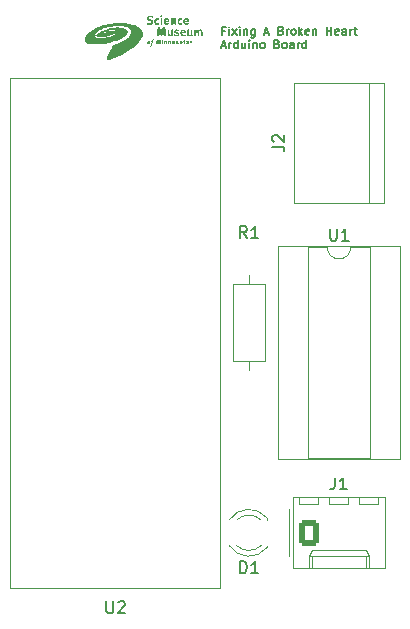
<source format=gto>
%TF.GenerationSoftware,KiCad,Pcbnew,(6.0.4)*%
%TF.CreationDate,2022-04-18T10:48:46-05:00*%
%TF.ProjectId,broken-heart,62726f6b-656e-42d6-9865-6172742e6b69,rev?*%
%TF.SameCoordinates,Original*%
%TF.FileFunction,Legend,Top*%
%TF.FilePolarity,Positive*%
%FSLAX46Y46*%
G04 Gerber Fmt 4.6, Leading zero omitted, Abs format (unit mm)*
G04 Created by KiCad (PCBNEW (6.0.4)) date 2022-04-18 10:48:46*
%MOMM*%
%LPD*%
G01*
G04 APERTURE LIST*
G04 Aperture macros list*
%AMRoundRect*
0 Rectangle with rounded corners*
0 $1 Rounding radius*
0 $2 $3 $4 $5 $6 $7 $8 $9 X,Y pos of 4 corners*
0 Add a 4 corners polygon primitive as box body*
4,1,4,$2,$3,$4,$5,$6,$7,$8,$9,$2,$3,0*
0 Add four circle primitives for the rounded corners*
1,1,$1+$1,$2,$3*
1,1,$1+$1,$4,$5*
1,1,$1+$1,$6,$7*
1,1,$1+$1,$8,$9*
0 Add four rect primitives between the rounded corners*
20,1,$1+$1,$2,$3,$4,$5,0*
20,1,$1+$1,$4,$5,$6,$7,0*
20,1,$1+$1,$6,$7,$8,$9,0*
20,1,$1+$1,$8,$9,$2,$3,0*%
G04 Aperture macros list end*
%ADD10C,0.150000*%
%ADD11C,0.120000*%
%ADD12C,1.600000*%
%ADD13O,1.600000X1.600000*%
%ADD14RoundRect,0.250000X-0.620000X-0.845000X0.620000X-0.845000X0.620000X0.845000X-0.620000X0.845000X0*%
%ADD15O,1.740000X2.190000*%
%ADD16C,1.524000*%
%ADD17R,1.600000X1.600000*%
%ADD18R,1.800000X1.800000*%
%ADD19C,1.800000*%
%ADD20R,3.000000X3.000000*%
%ADD21C,3.000000*%
G04 APERTURE END LIST*
D10*
X130037500Y-66696500D02*
X129804166Y-66696500D01*
X129804166Y-67063166D02*
X129804166Y-66363166D01*
X130137500Y-66363166D01*
X130404166Y-67063166D02*
X130404166Y-66596500D01*
X130404166Y-66363166D02*
X130370833Y-66396500D01*
X130404166Y-66429833D01*
X130437500Y-66396500D01*
X130404166Y-66363166D01*
X130404166Y-66429833D01*
X130670833Y-67063166D02*
X131037500Y-66596500D01*
X130670833Y-66596500D02*
X131037500Y-67063166D01*
X131304166Y-67063166D02*
X131304166Y-66596500D01*
X131304166Y-66363166D02*
X131270833Y-66396500D01*
X131304166Y-66429833D01*
X131337500Y-66396500D01*
X131304166Y-66363166D01*
X131304166Y-66429833D01*
X131637500Y-66596500D02*
X131637500Y-67063166D01*
X131637500Y-66663166D02*
X131670833Y-66629833D01*
X131737500Y-66596500D01*
X131837500Y-66596500D01*
X131904166Y-66629833D01*
X131937500Y-66696500D01*
X131937500Y-67063166D01*
X132570833Y-66596500D02*
X132570833Y-67163166D01*
X132537500Y-67229833D01*
X132504166Y-67263166D01*
X132437500Y-67296500D01*
X132337500Y-67296500D01*
X132270833Y-67263166D01*
X132570833Y-67029833D02*
X132504166Y-67063166D01*
X132370833Y-67063166D01*
X132304166Y-67029833D01*
X132270833Y-66996500D01*
X132237500Y-66929833D01*
X132237500Y-66729833D01*
X132270833Y-66663166D01*
X132304166Y-66629833D01*
X132370833Y-66596500D01*
X132504166Y-66596500D01*
X132570833Y-66629833D01*
X133404166Y-66863166D02*
X133737500Y-66863166D01*
X133337500Y-67063166D02*
X133570833Y-66363166D01*
X133804166Y-67063166D01*
X134804166Y-66696500D02*
X134904166Y-66729833D01*
X134937500Y-66763166D01*
X134970833Y-66829833D01*
X134970833Y-66929833D01*
X134937500Y-66996500D01*
X134904166Y-67029833D01*
X134837500Y-67063166D01*
X134570833Y-67063166D01*
X134570833Y-66363166D01*
X134804166Y-66363166D01*
X134870833Y-66396500D01*
X134904166Y-66429833D01*
X134937500Y-66496500D01*
X134937500Y-66563166D01*
X134904166Y-66629833D01*
X134870833Y-66663166D01*
X134804166Y-66696500D01*
X134570833Y-66696500D01*
X135270833Y-67063166D02*
X135270833Y-66596500D01*
X135270833Y-66729833D02*
X135304166Y-66663166D01*
X135337500Y-66629833D01*
X135404166Y-66596500D01*
X135470833Y-66596500D01*
X135804166Y-67063166D02*
X135737500Y-67029833D01*
X135704166Y-66996500D01*
X135670833Y-66929833D01*
X135670833Y-66729833D01*
X135704166Y-66663166D01*
X135737500Y-66629833D01*
X135804166Y-66596500D01*
X135904166Y-66596500D01*
X135970833Y-66629833D01*
X136004166Y-66663166D01*
X136037500Y-66729833D01*
X136037500Y-66929833D01*
X136004166Y-66996500D01*
X135970833Y-67029833D01*
X135904166Y-67063166D01*
X135804166Y-67063166D01*
X136337500Y-67063166D02*
X136337500Y-66363166D01*
X136404166Y-66796500D02*
X136604166Y-67063166D01*
X136604166Y-66596500D02*
X136337500Y-66863166D01*
X137170833Y-67029833D02*
X137104166Y-67063166D01*
X136970833Y-67063166D01*
X136904166Y-67029833D01*
X136870833Y-66963166D01*
X136870833Y-66696500D01*
X136904166Y-66629833D01*
X136970833Y-66596500D01*
X137104166Y-66596500D01*
X137170833Y-66629833D01*
X137204166Y-66696500D01*
X137204166Y-66763166D01*
X136870833Y-66829833D01*
X137504166Y-66596500D02*
X137504166Y-67063166D01*
X137504166Y-66663166D02*
X137537500Y-66629833D01*
X137604166Y-66596500D01*
X137704166Y-66596500D01*
X137770833Y-66629833D01*
X137804166Y-66696500D01*
X137804166Y-67063166D01*
X138670833Y-67063166D02*
X138670833Y-66363166D01*
X138670833Y-66696500D02*
X139070833Y-66696500D01*
X139070833Y-67063166D02*
X139070833Y-66363166D01*
X139670833Y-67029833D02*
X139604166Y-67063166D01*
X139470833Y-67063166D01*
X139404166Y-67029833D01*
X139370833Y-66963166D01*
X139370833Y-66696500D01*
X139404166Y-66629833D01*
X139470833Y-66596500D01*
X139604166Y-66596500D01*
X139670833Y-66629833D01*
X139704166Y-66696500D01*
X139704166Y-66763166D01*
X139370833Y-66829833D01*
X140304166Y-67063166D02*
X140304166Y-66696500D01*
X140270833Y-66629833D01*
X140204166Y-66596500D01*
X140070833Y-66596500D01*
X140004166Y-66629833D01*
X140304166Y-67029833D02*
X140237500Y-67063166D01*
X140070833Y-67063166D01*
X140004166Y-67029833D01*
X139970833Y-66963166D01*
X139970833Y-66896500D01*
X140004166Y-66829833D01*
X140070833Y-66796500D01*
X140237500Y-66796500D01*
X140304166Y-66763166D01*
X140637500Y-67063166D02*
X140637500Y-66596500D01*
X140637500Y-66729833D02*
X140670833Y-66663166D01*
X140704166Y-66629833D01*
X140770833Y-66596500D01*
X140837500Y-66596500D01*
X140970833Y-66596500D02*
X141237500Y-66596500D01*
X141070833Y-66363166D02*
X141070833Y-66963166D01*
X141104166Y-67029833D01*
X141170833Y-67063166D01*
X141237500Y-67063166D01*
X129770833Y-67990166D02*
X130104166Y-67990166D01*
X129704166Y-68190166D02*
X129937500Y-67490166D01*
X130170833Y-68190166D01*
X130404166Y-68190166D02*
X130404166Y-67723500D01*
X130404166Y-67856833D02*
X130437500Y-67790166D01*
X130470833Y-67756833D01*
X130537500Y-67723500D01*
X130604166Y-67723500D01*
X131137500Y-68190166D02*
X131137500Y-67490166D01*
X131137500Y-68156833D02*
X131070833Y-68190166D01*
X130937500Y-68190166D01*
X130870833Y-68156833D01*
X130837500Y-68123500D01*
X130804166Y-68056833D01*
X130804166Y-67856833D01*
X130837500Y-67790166D01*
X130870833Y-67756833D01*
X130937500Y-67723500D01*
X131070833Y-67723500D01*
X131137500Y-67756833D01*
X131770833Y-67723500D02*
X131770833Y-68190166D01*
X131470833Y-67723500D02*
X131470833Y-68090166D01*
X131504166Y-68156833D01*
X131570833Y-68190166D01*
X131670833Y-68190166D01*
X131737500Y-68156833D01*
X131770833Y-68123500D01*
X132104166Y-68190166D02*
X132104166Y-67723500D01*
X132104166Y-67490166D02*
X132070833Y-67523500D01*
X132104166Y-67556833D01*
X132137500Y-67523500D01*
X132104166Y-67490166D01*
X132104166Y-67556833D01*
X132437500Y-67723500D02*
X132437500Y-68190166D01*
X132437500Y-67790166D02*
X132470833Y-67756833D01*
X132537500Y-67723500D01*
X132637500Y-67723500D01*
X132704166Y-67756833D01*
X132737500Y-67823500D01*
X132737500Y-68190166D01*
X133170833Y-68190166D02*
X133104166Y-68156833D01*
X133070833Y-68123500D01*
X133037500Y-68056833D01*
X133037500Y-67856833D01*
X133070833Y-67790166D01*
X133104166Y-67756833D01*
X133170833Y-67723500D01*
X133270833Y-67723500D01*
X133337500Y-67756833D01*
X133370833Y-67790166D01*
X133404166Y-67856833D01*
X133404166Y-68056833D01*
X133370833Y-68123500D01*
X133337500Y-68156833D01*
X133270833Y-68190166D01*
X133170833Y-68190166D01*
X134470833Y-67823500D02*
X134570833Y-67856833D01*
X134604166Y-67890166D01*
X134637500Y-67956833D01*
X134637500Y-68056833D01*
X134604166Y-68123500D01*
X134570833Y-68156833D01*
X134504166Y-68190166D01*
X134237500Y-68190166D01*
X134237500Y-67490166D01*
X134470833Y-67490166D01*
X134537500Y-67523500D01*
X134570833Y-67556833D01*
X134604166Y-67623500D01*
X134604166Y-67690166D01*
X134570833Y-67756833D01*
X134537500Y-67790166D01*
X134470833Y-67823500D01*
X134237500Y-67823500D01*
X135037500Y-68190166D02*
X134970833Y-68156833D01*
X134937500Y-68123500D01*
X134904166Y-68056833D01*
X134904166Y-67856833D01*
X134937500Y-67790166D01*
X134970833Y-67756833D01*
X135037500Y-67723500D01*
X135137500Y-67723500D01*
X135204166Y-67756833D01*
X135237500Y-67790166D01*
X135270833Y-67856833D01*
X135270833Y-68056833D01*
X135237500Y-68123500D01*
X135204166Y-68156833D01*
X135137500Y-68190166D01*
X135037500Y-68190166D01*
X135870833Y-68190166D02*
X135870833Y-67823500D01*
X135837500Y-67756833D01*
X135770833Y-67723500D01*
X135637500Y-67723500D01*
X135570833Y-67756833D01*
X135870833Y-68156833D02*
X135804166Y-68190166D01*
X135637500Y-68190166D01*
X135570833Y-68156833D01*
X135537500Y-68090166D01*
X135537500Y-68023500D01*
X135570833Y-67956833D01*
X135637500Y-67923500D01*
X135804166Y-67923500D01*
X135870833Y-67890166D01*
X136204166Y-68190166D02*
X136204166Y-67723500D01*
X136204166Y-67856833D02*
X136237500Y-67790166D01*
X136270833Y-67756833D01*
X136337500Y-67723500D01*
X136404166Y-67723500D01*
X136937500Y-68190166D02*
X136937500Y-67490166D01*
X136937500Y-68156833D02*
X136870833Y-68190166D01*
X136737500Y-68190166D01*
X136670833Y-68156833D01*
X136637500Y-68123500D01*
X136604166Y-68056833D01*
X136604166Y-67856833D01*
X136637500Y-67790166D01*
X136670833Y-67756833D01*
X136737500Y-67723500D01*
X136870833Y-67723500D01*
X136937500Y-67756833D01*
X131913333Y-84272380D02*
X131580000Y-83796190D01*
X131341904Y-84272380D02*
X131341904Y-83272380D01*
X131722857Y-83272380D01*
X131818095Y-83320000D01*
X131865714Y-83367619D01*
X131913333Y-83462857D01*
X131913333Y-83605714D01*
X131865714Y-83700952D01*
X131818095Y-83748571D01*
X131722857Y-83796190D01*
X131341904Y-83796190D01*
X132865714Y-84272380D02*
X132294285Y-84272380D01*
X132580000Y-84272380D02*
X132580000Y-83272380D01*
X132484761Y-83415238D01*
X132389523Y-83510476D01*
X132294285Y-83558095D01*
X139366666Y-104552380D02*
X139366666Y-105266666D01*
X139319047Y-105409523D01*
X139223809Y-105504761D01*
X139080952Y-105552380D01*
X138985714Y-105552380D01*
X140366666Y-105552380D02*
X139795238Y-105552380D01*
X140080952Y-105552380D02*
X140080952Y-104552380D01*
X139985714Y-104695238D01*
X139890476Y-104790476D01*
X139795238Y-104838095D01*
X120023095Y-115022380D02*
X120023095Y-115831904D01*
X120070714Y-115927142D01*
X120118333Y-115974761D01*
X120213571Y-116022380D01*
X120404047Y-116022380D01*
X120499285Y-115974761D01*
X120546904Y-115927142D01*
X120594523Y-115831904D01*
X120594523Y-115022380D01*
X121023095Y-115117619D02*
X121070714Y-115070000D01*
X121165952Y-115022380D01*
X121404047Y-115022380D01*
X121499285Y-115070000D01*
X121546904Y-115117619D01*
X121594523Y-115212857D01*
X121594523Y-115308095D01*
X121546904Y-115450952D01*
X120975476Y-116022380D01*
X121594523Y-116022380D01*
X138948095Y-83477380D02*
X138948095Y-84286904D01*
X138995714Y-84382142D01*
X139043333Y-84429761D01*
X139138571Y-84477380D01*
X139329047Y-84477380D01*
X139424285Y-84429761D01*
X139471904Y-84382142D01*
X139519523Y-84286904D01*
X139519523Y-83477380D01*
X140519523Y-84477380D02*
X139948095Y-84477380D01*
X140233809Y-84477380D02*
X140233809Y-83477380D01*
X140138571Y-83620238D01*
X140043333Y-83715476D01*
X139948095Y-83763095D01*
X131341904Y-112632380D02*
X131341904Y-111632380D01*
X131580000Y-111632380D01*
X131722857Y-111680000D01*
X131818095Y-111775238D01*
X131865714Y-111870476D01*
X131913333Y-112060952D01*
X131913333Y-112203809D01*
X131865714Y-112394285D01*
X131818095Y-112489523D01*
X131722857Y-112584761D01*
X131580000Y-112632380D01*
X131341904Y-112632380D01*
X132865714Y-112632380D02*
X132294285Y-112632380D01*
X132580000Y-112632380D02*
X132580000Y-111632380D01*
X132484761Y-111775238D01*
X132389523Y-111870476D01*
X132294285Y-111918095D01*
X134072380Y-76533333D02*
X134786666Y-76533333D01*
X134929523Y-76580952D01*
X135024761Y-76676190D01*
X135072380Y-76819047D01*
X135072380Y-76914285D01*
X134167619Y-76104761D02*
X134120000Y-76057142D01*
X134072380Y-75961904D01*
X134072380Y-75723809D01*
X134120000Y-75628571D01*
X134167619Y-75580952D01*
X134262857Y-75533333D01*
X134358095Y-75533333D01*
X134500952Y-75580952D01*
X135072380Y-76152380D01*
X135072380Y-75533333D01*
D11*
X133450000Y-88170000D02*
X130710000Y-88170000D01*
X130710000Y-88170000D02*
X130710000Y-94710000D01*
X132080000Y-87400000D02*
X132080000Y-88170000D01*
X130710000Y-94710000D02*
X133450000Y-94710000D01*
X132080000Y-95480000D02*
X132080000Y-94710000D01*
X133450000Y-94710000D02*
X133450000Y-88170000D01*
X141440000Y-106190000D02*
X141440000Y-106790000D01*
X137960000Y-106790000D02*
X137960000Y-106190000D01*
X137410000Y-110680000D02*
X141990000Y-110680000D01*
X140500000Y-106790000D02*
X140500000Y-106190000D01*
X141990000Y-112210000D02*
X141990000Y-111210000D01*
X143620000Y-112210000D02*
X143620000Y-106190000D01*
X143620000Y-106190000D02*
X135780000Y-106190000D01*
X135780000Y-106190000D02*
X135780000Y-112210000D01*
X141440000Y-106790000D02*
X143040000Y-106790000D01*
X135780000Y-112210000D02*
X143620000Y-112210000D01*
X137410000Y-112210000D02*
X137410000Y-111210000D01*
X136360000Y-106790000D02*
X137960000Y-106790000D01*
X143040000Y-106790000D02*
X143040000Y-106190000D01*
X138900000Y-106790000D02*
X140500000Y-106790000D01*
X137160000Y-112210000D02*
X137160000Y-111210000D01*
X136360000Y-106190000D02*
X136360000Y-106790000D01*
X135490000Y-107220000D02*
X135490000Y-111220000D01*
X142240000Y-111210000D02*
X142240000Y-112210000D01*
X141990000Y-110680000D02*
X142240000Y-111210000D01*
X138900000Y-106190000D02*
X138900000Y-106790000D01*
X137160000Y-111210000D02*
X137410000Y-110680000D01*
X137160000Y-111210000D02*
X142240000Y-111210000D01*
X129675000Y-113935000D02*
X129675000Y-70755000D01*
X111895000Y-70755000D02*
X111895000Y-113935000D01*
X129675000Y-70755000D02*
X111895000Y-70755000D01*
X111895000Y-113935000D02*
X129675000Y-113935000D01*
X142360000Y-85025000D02*
X140710000Y-85025000D01*
X134570000Y-84965000D02*
X134570000Y-102985000D01*
X144850000Y-102985000D02*
X144850000Y-84965000D01*
X142360000Y-102925000D02*
X142360000Y-85025000D01*
X144850000Y-84965000D02*
X134570000Y-84965000D01*
X134570000Y-102985000D02*
X144850000Y-102985000D01*
X138710000Y-85025000D02*
X137060000Y-85025000D01*
X137060000Y-85025000D02*
X137060000Y-102925000D01*
X137060000Y-102925000D02*
X142360000Y-102925000D01*
X138710000Y-85025000D02*
G75*
G03*
X140710000Y-85025000I1000000J0D01*
G01*
G36*
X121256086Y-66071592D02*
G01*
X121359748Y-66073276D01*
X121456734Y-66076238D01*
X121543470Y-66080476D01*
X121616386Y-66085992D01*
X121638141Y-66088243D01*
X121854965Y-66117779D01*
X122056475Y-66155616D01*
X122242367Y-66201664D01*
X122412335Y-66255830D01*
X122566076Y-66318022D01*
X122703283Y-66388151D01*
X122766637Y-66426841D01*
X122832257Y-66474158D01*
X122896171Y-66528937D01*
X122954910Y-66587615D01*
X123005006Y-66646626D01*
X123042989Y-66702405D01*
X123053182Y-66721315D01*
X123090171Y-66813724D01*
X123109221Y-66906309D01*
X123110861Y-67002155D01*
X123107434Y-67036935D01*
X123082868Y-67159452D01*
X123040080Y-67283797D01*
X122979407Y-67409554D01*
X122901189Y-67536304D01*
X122805764Y-67663632D01*
X122693471Y-67791119D01*
X122564648Y-67918350D01*
X122419635Y-68044905D01*
X122258771Y-68170369D01*
X122091286Y-68288362D01*
X121834644Y-68453698D01*
X121575986Y-68606369D01*
X121317364Y-68745291D01*
X121060830Y-68869382D01*
X120808437Y-68977558D01*
X120721984Y-69011259D01*
X120662006Y-69033377D01*
X120594637Y-69057120D01*
X120522345Y-69081721D01*
X120447600Y-69106410D01*
X120372872Y-69130416D01*
X120300631Y-69152971D01*
X120233346Y-69173306D01*
X120173487Y-69190650D01*
X120123525Y-69204234D01*
X120085927Y-69213288D01*
X120063166Y-69217044D01*
X120061317Y-69217103D01*
X120052150Y-69208285D01*
X120048893Y-69182136D01*
X120048888Y-69180700D01*
X120050854Y-69132144D01*
X120056198Y-69071965D01*
X120064088Y-69006756D01*
X120073691Y-68943112D01*
X120084176Y-68887625D01*
X120087936Y-68871207D01*
X120115999Y-68772321D01*
X120150705Y-68682079D01*
X120194197Y-68596524D01*
X120248617Y-68511700D01*
X120316110Y-68423650D01*
X120355652Y-68376921D01*
X120399984Y-68322082D01*
X120431297Y-68272742D01*
X120451843Y-68223616D01*
X120463874Y-68169416D01*
X120469387Y-68110005D01*
X120474247Y-68017224D01*
X120623824Y-67959425D01*
X120854375Y-67866528D01*
X121066315Y-67773205D01*
X121259626Y-67679465D01*
X121434291Y-67585318D01*
X121590291Y-67490773D01*
X121678105Y-67431623D01*
X121726523Y-67394800D01*
X121779824Y-67349642D01*
X121834600Y-67299473D01*
X121887447Y-67247619D01*
X121934959Y-67197402D01*
X121973731Y-67152148D01*
X121997257Y-67120089D01*
X122044182Y-67033706D01*
X122075066Y-66944847D01*
X122089647Y-66855698D01*
X122087660Y-66768444D01*
X122068843Y-66685270D01*
X122054164Y-66648329D01*
X122016111Y-66586917D01*
X121960908Y-66530245D01*
X121889614Y-66478804D01*
X121803286Y-66433083D01*
X121702982Y-66393570D01*
X121589760Y-66360755D01*
X121464679Y-66335128D01*
X121340774Y-66318396D01*
X121288156Y-66314561D01*
X121220819Y-66312192D01*
X121142675Y-66311209D01*
X121057640Y-66311535D01*
X120969626Y-66313089D01*
X120882548Y-66315794D01*
X120800319Y-66319569D01*
X120726852Y-66324337D01*
X120666062Y-66330018D01*
X120647195Y-66332387D01*
X120479232Y-66358967D01*
X120311151Y-66392159D01*
X120145179Y-66431242D01*
X119983540Y-66475497D01*
X119828462Y-66524203D01*
X119682171Y-66576639D01*
X119546891Y-66632085D01*
X119424851Y-66689822D01*
X119318275Y-66749128D01*
X119276070Y-66776059D01*
X119192161Y-66838662D01*
X119125760Y-66902355D01*
X119077091Y-66966757D01*
X119046380Y-67031483D01*
X119033853Y-67096151D01*
X119039735Y-67160378D01*
X119042771Y-67171880D01*
X119066412Y-67225687D01*
X119103744Y-67270202D01*
X119155475Y-67305807D01*
X119222310Y-67332885D01*
X119304956Y-67351815D01*
X119395158Y-67362334D01*
X119479153Y-67364231D01*
X119577024Y-67358868D01*
X119685717Y-67346917D01*
X119802175Y-67329047D01*
X119923344Y-67305929D01*
X120046166Y-67278233D01*
X120167587Y-67246628D01*
X120284552Y-67211784D01*
X120394003Y-67174373D01*
X120492886Y-67135063D01*
X120549035Y-67109306D01*
X120638375Y-67060477D01*
X120710734Y-67009726D01*
X120765734Y-66957447D01*
X120802997Y-66904038D01*
X120822144Y-66849893D01*
X120824818Y-66820718D01*
X120816735Y-66768173D01*
X120792609Y-66725010D01*
X120752624Y-66691325D01*
X120696966Y-66667214D01*
X120625818Y-66652770D01*
X120539365Y-66648090D01*
X120492944Y-66649317D01*
X120401967Y-66657347D01*
X120309122Y-66672137D01*
X120216874Y-66692785D01*
X120127688Y-66718386D01*
X120044032Y-66748036D01*
X119968370Y-66780832D01*
X119903168Y-66815870D01*
X119850893Y-66852246D01*
X119814010Y-66889056D01*
X119805552Y-66901284D01*
X119788730Y-66939328D01*
X119789090Y-66970033D01*
X119806596Y-66993352D01*
X119841212Y-67009238D01*
X119892302Y-67017595D01*
X119933560Y-67018169D01*
X119981113Y-67014591D01*
X120031540Y-67007638D01*
X120081419Y-66998085D01*
X120127331Y-66986707D01*
X120165855Y-66974280D01*
X120193569Y-66961580D01*
X120207053Y-66949381D01*
X120207813Y-66946069D01*
X120200044Y-66943474D01*
X120179452Y-66948149D01*
X120162360Y-66954247D01*
X120117338Y-66969141D01*
X120063409Y-66982756D01*
X120007818Y-66993604D01*
X119957812Y-67000197D01*
X119932125Y-67001498D01*
X119891758Y-66997833D01*
X119857650Y-66987992D01*
X119833883Y-66973701D01*
X119824539Y-66956689D01*
X119824523Y-66955949D01*
X119833543Y-66928612D01*
X119859657Y-66899390D01*
X119901445Y-66869013D01*
X119957487Y-66838210D01*
X120026365Y-66807712D01*
X120106657Y-66778247D01*
X120196945Y-66750547D01*
X120253224Y-66735603D01*
X120352673Y-66713156D01*
X120438154Y-66699581D01*
X120512055Y-66694696D01*
X120576767Y-66698318D01*
X120624197Y-66707392D01*
X120678390Y-66728055D01*
X120716440Y-66756751D01*
X120738152Y-66791755D01*
X120743332Y-66831344D01*
X120731784Y-66873792D01*
X120703315Y-66917375D01*
X120657730Y-66960368D01*
X120653128Y-66963888D01*
X120594711Y-67001601D01*
X120519819Y-67039750D01*
X120430635Y-67077598D01*
X120329344Y-67114408D01*
X120218131Y-67149441D01*
X120099180Y-67181960D01*
X119974674Y-67211226D01*
X119846800Y-67236503D01*
X119845171Y-67236794D01*
X119781813Y-67246000D01*
X119710246Y-67252904D01*
X119634165Y-67257469D01*
X119557264Y-67259662D01*
X119483238Y-67259448D01*
X119415781Y-67256791D01*
X119358590Y-67251658D01*
X119315358Y-67244012D01*
X119307629Y-67241849D01*
X119258635Y-67220942D01*
X119217540Y-67192298D01*
X119187977Y-67159063D01*
X119173854Y-67125952D01*
X119173520Y-67075092D01*
X119191532Y-67023718D01*
X119227930Y-66971804D01*
X119282753Y-66919325D01*
X119356038Y-66866253D01*
X119447824Y-66812564D01*
X119558151Y-66758231D01*
X119687057Y-66703229D01*
X119834580Y-66647532D01*
X119946054Y-66609080D01*
X120147051Y-66547222D01*
X120338673Y-66499138D01*
X120523684Y-66464378D01*
X120704847Y-66442494D01*
X120884925Y-66433039D01*
X121025811Y-66433985D01*
X121165813Y-66442400D01*
X121294344Y-66458192D01*
X121410687Y-66480998D01*
X121514124Y-66510452D01*
X121603938Y-66546191D01*
X121679411Y-66587850D01*
X121739825Y-66635066D01*
X121784463Y-66687474D01*
X121812606Y-66744709D01*
X121823538Y-66806409D01*
X121822393Y-66838175D01*
X121812383Y-66889266D01*
X121792119Y-66939003D01*
X121759926Y-66990216D01*
X121714128Y-67045734D01*
X121675594Y-67086149D01*
X121587698Y-67165743D01*
X121484975Y-67242493D01*
X121366451Y-67317012D01*
X121231157Y-67389911D01*
X121081903Y-67460131D01*
X120889893Y-67540798D01*
X120700228Y-67611436D01*
X120509797Y-67672850D01*
X120315487Y-67725848D01*
X120114186Y-67771234D01*
X119902783Y-67809816D01*
X119678165Y-67842398D01*
X119544067Y-67858479D01*
X119479827Y-67864306D01*
X119403850Y-67868966D01*
X119319192Y-67872460D01*
X119228908Y-67874787D01*
X119136054Y-67875946D01*
X119043687Y-67875935D01*
X118954864Y-67874756D01*
X118872639Y-67872406D01*
X118800069Y-67868886D01*
X118740210Y-67864194D01*
X118698023Y-67858673D01*
X118580391Y-67833418D01*
X118479753Y-67801925D01*
X118395300Y-67763675D01*
X118326223Y-67718146D01*
X118271716Y-67664818D01*
X118230969Y-67603169D01*
X118205806Y-67541471D01*
X118191985Y-67476295D01*
X118191726Y-67410244D01*
X118205451Y-67340321D01*
X118233583Y-67263528D01*
X118250091Y-67227903D01*
X118308007Y-67128381D01*
X118383804Y-67029723D01*
X118476665Y-66932532D01*
X118585778Y-66837410D01*
X118710326Y-66744959D01*
X118849495Y-66655781D01*
X119002471Y-66570479D01*
X119168437Y-66489654D01*
X119346580Y-66413909D01*
X119357096Y-66409753D01*
X119564473Y-66332942D01*
X119769774Y-66267004D01*
X119976797Y-66211024D01*
X120189344Y-66164090D01*
X120411214Y-66125286D01*
X120646207Y-66093699D01*
X120693938Y-66088297D01*
X120762646Y-66082322D01*
X120846110Y-66077624D01*
X120940759Y-66074201D01*
X121043019Y-66072055D01*
X121149318Y-66071185D01*
X121256086Y-66071592D01*
G37*
G36*
X126639613Y-67523976D02*
G01*
X126640644Y-67548383D01*
X126646312Y-67559401D01*
X126660478Y-67562322D01*
X126667659Y-67562411D01*
X126689524Y-67566315D01*
X126695705Y-67577048D01*
X126689500Y-67602963D01*
X126674089Y-67621947D01*
X126657631Y-67627850D01*
X126648886Y-67629090D01*
X126643573Y-67635154D01*
X126641039Y-67649561D01*
X126640631Y-67675830D01*
X126641600Y-67714325D01*
X126644288Y-67800799D01*
X126669042Y-67799169D01*
X126688314Y-67801734D01*
X126697224Y-67816391D01*
X126698599Y-67822541D01*
X126700951Y-67842146D01*
X126699759Y-67851231D01*
X126689131Y-67854179D01*
X126666069Y-67857601D01*
X126649865Y-67859365D01*
X126619983Y-67860776D01*
X126600527Y-67856288D01*
X126583596Y-67843697D01*
X126579545Y-67839740D01*
X126568543Y-67827532D01*
X126561525Y-67814580D01*
X126557602Y-67796524D01*
X126555883Y-67769002D01*
X126555479Y-67727652D01*
X126555476Y-67721761D01*
X126555016Y-67678054D01*
X126553330Y-67649958D01*
X126549960Y-67634403D01*
X126544447Y-67628320D01*
X126541454Y-67627850D01*
X126530373Y-67619579D01*
X126527431Y-67599511D01*
X126531816Y-67576584D01*
X126541454Y-67565791D01*
X126551892Y-67553214D01*
X126555476Y-67533917D01*
X126556800Y-67514766D01*
X126563844Y-67503751D01*
X126581215Y-67496952D01*
X126604627Y-67492105D01*
X126639613Y-67485541D01*
X126639613Y-67523976D01*
G37*
G36*
X124917168Y-65747331D02*
G01*
X124955353Y-65697608D01*
X125004185Y-65662038D01*
X125062727Y-65641608D01*
X125112068Y-65636815D01*
X125181167Y-65643447D01*
X125238092Y-65664015D01*
X125283027Y-65698718D01*
X125316157Y-65747755D01*
X125337664Y-65811325D01*
X125347735Y-65889626D01*
X125347821Y-65891358D01*
X125351801Y-65973158D01*
X125041012Y-65973158D01*
X125041012Y-65996993D01*
X125048908Y-66036582D01*
X125070674Y-66066796D01*
X125103431Y-66086566D01*
X125144298Y-66094822D01*
X125190393Y-66090493D01*
X125238836Y-66072509D01*
X125241108Y-66071318D01*
X125266151Y-66058270D01*
X125283400Y-66049786D01*
X125288001Y-66047946D01*
X125296835Y-66055580D01*
X125309414Y-66074375D01*
X125322435Y-66098176D01*
X125332597Y-66120826D01*
X125336600Y-66136169D01*
X125336301Y-66138018D01*
X125323935Y-66150707D01*
X125298325Y-66165921D01*
X125264350Y-66181583D01*
X125226888Y-66195616D01*
X125190816Y-66205941D01*
X125167217Y-66210041D01*
X125129039Y-66211103D01*
X125089910Y-66208126D01*
X125078826Y-66206277D01*
X125025911Y-66188084D01*
X124975644Y-66157547D01*
X124935072Y-66119203D01*
X124926964Y-66108491D01*
X124899735Y-66055723D01*
X124881963Y-65992210D01*
X124875032Y-65924069D01*
X124876482Y-65885285D01*
X124885515Y-65837140D01*
X125041012Y-65837140D01*
X125041677Y-65848619D01*
X125046123Y-65855655D01*
X125058028Y-65859334D01*
X125081069Y-65860744D01*
X125118923Y-65860975D01*
X125121565Y-65860975D01*
X125160291Y-65860766D01*
X125183730Y-65859500D01*
X125195295Y-65856219D01*
X125198394Y-65849965D01*
X125196481Y-65839941D01*
X125191802Y-65815655D01*
X125190716Y-65802547D01*
X125182196Y-65778233D01*
X125160408Y-65759975D01*
X125130395Y-65750028D01*
X125097194Y-65750644D01*
X125083499Y-65754600D01*
X125066304Y-65769189D01*
X125051243Y-65794964D01*
X125042143Y-65824490D01*
X125041012Y-65837140D01*
X124885515Y-65837140D01*
X124890566Y-65810219D01*
X124917168Y-65747331D01*
G37*
G36*
X124388390Y-65638209D02*
G01*
X124442589Y-65659633D01*
X124472809Y-65681003D01*
X124481199Y-65690278D01*
X124481669Y-65700509D01*
X124472981Y-65716687D01*
X124458986Y-65736736D01*
X124440972Y-65760779D01*
X124426662Y-65778030D01*
X124421220Y-65783236D01*
X124409039Y-65782061D01*
X124386951Y-65773594D01*
X124373613Y-65767010D01*
X124334399Y-65752034D01*
X124302685Y-65753180D01*
X124277917Y-65770891D01*
X124259538Y-65805608D01*
X124246992Y-65857771D01*
X124245347Y-65868785D01*
X124240816Y-65929310D01*
X124243978Y-65984568D01*
X124254221Y-66030865D01*
X124270930Y-66064508D01*
X124279357Y-66073655D01*
X124308604Y-66090776D01*
X124341097Y-66092284D01*
X124379787Y-66078106D01*
X124392935Y-66070847D01*
X124417650Y-66058040D01*
X124435927Y-66051614D01*
X124441281Y-66051740D01*
X124450740Y-66061691D01*
X124466146Y-66081647D01*
X124475083Y-66094196D01*
X124489778Y-66119078D01*
X124492738Y-66138052D01*
X124482343Y-66154283D01*
X124456973Y-66170938D01*
X124428682Y-66184896D01*
X124378783Y-66200704D01*
X124321888Y-66207063D01*
X124265422Y-66203819D01*
X124216811Y-66190814D01*
X124213666Y-66189430D01*
X124162108Y-66156061D01*
X124122445Y-66108762D01*
X124095111Y-66048380D01*
X124080543Y-65975761D01*
X124078112Y-65926415D01*
X124084583Y-65844982D01*
X124104180Y-65776579D01*
X124137177Y-65720655D01*
X124183847Y-65676661D01*
X124210855Y-65659800D01*
X124268001Y-65637926D01*
X124328687Y-65630851D01*
X124388390Y-65638209D01*
G37*
G36*
X126054450Y-67566945D02*
G01*
X126083689Y-67575962D01*
X126104427Y-67585982D01*
X126110897Y-67595621D01*
X126106501Y-67610607D01*
X126105539Y-67612744D01*
X126097606Y-67626037D01*
X126085818Y-67632713D01*
X126064644Y-67634657D01*
X126042422Y-67634250D01*
X126007455Y-67635672D01*
X125990183Y-67641991D01*
X125990639Y-67651971D01*
X126008855Y-67664376D01*
X126041306Y-67676863D01*
X126072808Y-67689350D01*
X126098676Y-67703983D01*
X126109083Y-67712956D01*
X126123929Y-67744479D01*
X126122975Y-67780384D01*
X126106667Y-67815796D01*
X126098787Y-67825663D01*
X126080896Y-67843098D01*
X126062388Y-67852609D01*
X126036090Y-67857057D01*
X126016987Y-67858318D01*
X125980970Y-67857917D01*
X125947783Y-67853853D01*
X125932132Y-67849667D01*
X125905906Y-67837984D01*
X125894763Y-67826483D01*
X125895800Y-67810240D01*
X125900860Y-67796652D01*
X125910398Y-67778085D01*
X125920537Y-67774212D01*
X125932281Y-67779117D01*
X125967025Y-67793021D01*
X125999938Y-67798226D01*
X126024842Y-67793922D01*
X126028466Y-67791742D01*
X126040111Y-67776067D01*
X126034946Y-67760895D01*
X126014754Y-67748722D01*
X125994054Y-67743541D01*
X125951802Y-67730257D01*
X125920647Y-67707139D01*
X125903496Y-67676831D01*
X125901078Y-67659125D01*
X125903824Y-67631316D01*
X125910456Y-67609109D01*
X125910704Y-67608636D01*
X125933246Y-67584863D01*
X125968024Y-67569365D01*
X126010079Y-67563080D01*
X126054450Y-67566945D01*
G37*
G36*
X123777169Y-65434022D02*
G01*
X123830375Y-65443650D01*
X123864339Y-65454544D01*
X123899635Y-65468745D01*
X123931008Y-65483808D01*
X123953200Y-65497288D01*
X123960195Y-65504016D01*
X123958084Y-65515355D01*
X123945301Y-65539708D01*
X123921505Y-65577673D01*
X123896430Y-65615135D01*
X123888124Y-65612362D01*
X123867836Y-65603241D01*
X123844766Y-65592103D01*
X123777286Y-65569007D01*
X123735607Y-65563431D01*
X123702547Y-65562040D01*
X123681477Y-65564367D01*
X123665782Y-65572284D01*
X123648847Y-65587661D01*
X123648426Y-65588081D01*
X123630585Y-65610400D01*
X123620721Y-65631439D01*
X123620033Y-65636506D01*
X123622970Y-65659884D01*
X123633737Y-65677848D01*
X123655264Y-65692720D01*
X123690484Y-65706822D01*
X123720731Y-65716270D01*
X123799986Y-65742444D01*
X123862189Y-65769975D01*
X123908982Y-65800472D01*
X123942009Y-65835541D01*
X123962913Y-65876789D01*
X123973337Y-65925824D01*
X123975278Y-65965232D01*
X123967603Y-66029465D01*
X123943979Y-66084666D01*
X123903505Y-66132898D01*
X123901166Y-66135034D01*
X123851869Y-66168554D01*
X123790163Y-66193348D01*
X123720687Y-66208365D01*
X123648079Y-66212556D01*
X123585429Y-66206482D01*
X123561201Y-66200742D01*
X123529356Y-66191336D01*
X123494468Y-66179870D01*
X123461111Y-66167949D01*
X123433858Y-66157181D01*
X123417284Y-66149171D01*
X123414365Y-66146405D01*
X123417929Y-66137380D01*
X123427328Y-66115802D01*
X123440619Y-66086120D01*
X123442293Y-66082423D01*
X123470222Y-66020828D01*
X123521094Y-66044118D01*
X123564787Y-66060640D01*
X123612438Y-66073113D01*
X123657780Y-66080314D01*
X123694543Y-66081019D01*
X123703448Y-66079679D01*
X123747603Y-66067338D01*
X123776020Y-66051250D01*
X123791640Y-66028451D01*
X123797406Y-65995974D01*
X123797655Y-65984751D01*
X123793529Y-65955836D01*
X123779587Y-65932651D01*
X123753481Y-65913310D01*
X123712865Y-65895931D01*
X123670674Y-65882826D01*
X123605836Y-65862677D01*
X123556591Y-65842354D01*
X123519928Y-65819822D01*
X123492834Y-65793050D01*
X123472298Y-65760003D01*
X123465000Y-65743991D01*
X123449938Y-65685725D01*
X123451777Y-65626929D01*
X123469084Y-65570750D01*
X123500427Y-65520335D01*
X123544375Y-65478830D01*
X123598968Y-65449579D01*
X123651439Y-65436511D01*
X123713375Y-65431260D01*
X123777169Y-65434022D01*
G37*
G36*
X126019595Y-66602220D02*
G01*
X126060648Y-66609379D01*
X126101811Y-66619538D01*
X126137479Y-66631243D01*
X126162045Y-66643043D01*
X126166859Y-66646805D01*
X126169054Y-66660116D01*
X126162990Y-66682141D01*
X126151557Y-66707203D01*
X126137644Y-66729622D01*
X126124143Y-66743723D01*
X126116553Y-66745626D01*
X126098935Y-66739461D01*
X126072828Y-66729823D01*
X126064678Y-66726741D01*
X126020480Y-66715085D01*
X125981867Y-66714562D01*
X125951858Y-66724356D01*
X125933472Y-66743650D01*
X125929124Y-66763400D01*
X125935141Y-66782493D01*
X125954441Y-66798498D01*
X125988900Y-66812503D01*
X126033763Y-66824153D01*
X126093011Y-66841837D01*
X126136947Y-66865977D01*
X126168361Y-66898353D01*
X126179841Y-66917399D01*
X126196119Y-66967740D01*
X126195260Y-67018862D01*
X126178418Y-67067668D01*
X126146748Y-67111064D01*
X126101404Y-67145954D01*
X126092910Y-67150564D01*
X126042244Y-67168478D01*
X125981782Y-67177169D01*
X125918161Y-67176339D01*
X125858013Y-67165689D01*
X125844987Y-67161692D01*
X125793491Y-67142996D01*
X125759551Y-67127558D01*
X125743496Y-67115536D01*
X125742153Y-67111869D01*
X125745941Y-67100032D01*
X125755405Y-67078651D01*
X125767695Y-67053434D01*
X125779961Y-67030089D01*
X125789351Y-67014325D01*
X125792598Y-67010846D01*
X125802196Y-67014429D01*
X125823790Y-67023754D01*
X125848504Y-67034890D01*
X125887289Y-67049471D01*
X125929234Y-67060548D01*
X125951282Y-67064122D01*
X125982619Y-67066103D01*
X126002387Y-67062975D01*
X126017346Y-67053321D01*
X126021424Y-67049426D01*
X126038068Y-67023013D01*
X126039376Y-66995928D01*
X126025423Y-66973394D01*
X126020272Y-66969540D01*
X126000806Y-66960879D01*
X125969498Y-66951045D01*
X125932927Y-66942089D01*
X125930827Y-66941649D01*
X125891840Y-66931731D01*
X125855588Y-66919421D01*
X125830104Y-66907481D01*
X125794706Y-66875499D01*
X125772505Y-66834003D01*
X125763718Y-66786936D01*
X125768562Y-66738243D01*
X125787255Y-66691866D01*
X125816216Y-66655252D01*
X125857061Y-66625263D01*
X125905716Y-66607206D01*
X125965944Y-66599832D01*
X125984257Y-66599510D01*
X126019595Y-66602220D01*
G37*
G36*
X125639650Y-66829873D02*
G01*
X125639977Y-66906125D01*
X125640789Y-66965799D01*
X125642200Y-67011010D01*
X125644323Y-67043873D01*
X125647272Y-67066504D01*
X125651159Y-67081017D01*
X125653342Y-67085635D01*
X125663159Y-67104619D01*
X125667033Y-67115331D01*
X125659724Y-67122841D01*
X125640290Y-67136309D01*
X125614435Y-67151940D01*
X125561505Y-67182223D01*
X125520831Y-67131213D01*
X125486663Y-67151372D01*
X125444959Y-67167743D01*
X125394599Y-67175569D01*
X125343887Y-67174179D01*
X125308174Y-67165805D01*
X125261142Y-67140151D01*
X125228839Y-67103164D01*
X125210382Y-67053804D01*
X125209480Y-67049302D01*
X125206482Y-67024048D01*
X125203870Y-66984020D01*
X125201803Y-66933139D01*
X125200439Y-66875325D01*
X125199937Y-66814501D01*
X125199937Y-66813429D01*
X125199987Y-66750227D01*
X125200321Y-66703237D01*
X125201214Y-66669971D01*
X125202940Y-66647945D01*
X125205774Y-66634672D01*
X125209991Y-66627667D01*
X125215865Y-66624442D01*
X125220971Y-66623136D01*
X125277126Y-66610685D01*
X125315326Y-66602917D01*
X125335712Y-66599803D01*
X125337063Y-66599739D01*
X125340954Y-66605544D01*
X125344141Y-66624017D01*
X125346710Y-66656477D01*
X125348749Y-66704245D01*
X125350345Y-66768638D01*
X125351086Y-66813109D01*
X125352422Y-66886672D01*
X125354123Y-66943495D01*
X125356324Y-66985531D01*
X125359161Y-67014734D01*
X125362770Y-67033059D01*
X125367019Y-67042148D01*
X125387050Y-67053646D01*
X125416394Y-67057233D01*
X125447391Y-67052842D01*
X125468965Y-67043036D01*
X125475890Y-67037588D01*
X125481076Y-67030586D01*
X125484773Y-67019488D01*
X125487234Y-67001755D01*
X125488710Y-66974845D01*
X125489453Y-66936218D01*
X125489713Y-66883331D01*
X125489742Y-66833023D01*
X125489709Y-66765853D01*
X125490125Y-66714967D01*
X125491763Y-66677953D01*
X125495394Y-66652401D01*
X125501792Y-66635898D01*
X125511727Y-66626035D01*
X125525973Y-66620400D01*
X125545301Y-66616581D01*
X125559856Y-66614125D01*
X125589685Y-66608566D01*
X125614981Y-66603302D01*
X125618285Y-66602533D01*
X125639319Y-66597483D01*
X125639650Y-66829873D01*
G37*
G36*
X124954610Y-67567204D02*
G01*
X124960494Y-67574115D01*
X124968448Y-67582816D01*
X124980020Y-67582538D01*
X125000515Y-67573801D01*
X125035692Y-67564704D01*
X125070686Y-67568226D01*
X125099511Y-67582984D01*
X125113093Y-67599805D01*
X125118885Y-67621138D01*
X125123039Y-67656441D01*
X125125048Y-67701022D01*
X125125154Y-67711987D01*
X125126143Y-67752122D01*
X125128562Y-67785984D01*
X125131984Y-67808645D01*
X125134018Y-67814367D01*
X125135490Y-67826921D01*
X125121744Y-67840395D01*
X125114952Y-67844749D01*
X125094546Y-67856896D01*
X125083181Y-67859741D01*
X125073451Y-67852877D01*
X125063495Y-67841908D01*
X125054753Y-67828763D01*
X125048887Y-67809659D01*
X125045139Y-67780549D01*
X125042751Y-67737383D01*
X125042473Y-67729725D01*
X125040644Y-67687167D01*
X125038235Y-67659973D01*
X125034518Y-67644810D01*
X125028762Y-67638346D01*
X125022203Y-67637199D01*
X125002598Y-67638259D01*
X124989421Y-67643494D01*
X124981404Y-67655992D01*
X124977273Y-67678838D01*
X124975757Y-67715118D01*
X124975572Y-67750382D01*
X124975572Y-67852216D01*
X124892396Y-67852216D01*
X124889578Y-67716599D01*
X124886761Y-67580983D01*
X124919076Y-67570334D01*
X124942014Y-67564461D01*
X124954610Y-67567204D01*
G37*
G36*
X125827546Y-65648914D02*
G01*
X125871701Y-65676982D01*
X125882381Y-65687550D01*
X125890398Y-65696819D01*
X125896415Y-65706686D01*
X125900804Y-65719929D01*
X125903939Y-65739326D01*
X125906191Y-65767654D01*
X125907932Y-65807692D01*
X125909535Y-65862217D01*
X125910427Y-65896760D01*
X125912373Y-65963097D01*
X125914568Y-66013474D01*
X125917281Y-66050629D01*
X125920780Y-66077300D01*
X125925336Y-66096222D01*
X125931217Y-66110135D01*
X125931461Y-66110585D01*
X125942215Y-66131356D01*
X125947657Y-66144028D01*
X125947821Y-66144956D01*
X125940349Y-66151805D01*
X125921471Y-66164040D01*
X125896493Y-66178662D01*
X125870719Y-66192671D01*
X125849454Y-66203069D01*
X125838286Y-66206871D01*
X125825545Y-66200530D01*
X125814843Y-66190512D01*
X125798250Y-66169890D01*
X125785733Y-66148946D01*
X125776618Y-66124545D01*
X125770227Y-66093552D01*
X125765886Y-66052832D01*
X125762919Y-65999248D01*
X125760949Y-65940438D01*
X125756176Y-65772164D01*
X125723456Y-65769617D01*
X125684982Y-65774612D01*
X125660543Y-65785723D01*
X125630351Y-65804378D01*
X125627824Y-65998613D01*
X125625296Y-66192849D01*
X125552703Y-66195582D01*
X125512318Y-66196078D01*
X125487878Y-66193653D01*
X125476814Y-66187994D01*
X125475903Y-66186233D01*
X125474697Y-66174003D01*
X125473430Y-66145630D01*
X125472165Y-66103671D01*
X125470970Y-66050678D01*
X125469911Y-65989208D01*
X125469052Y-65921814D01*
X125469033Y-65919972D01*
X125466371Y-65665792D01*
X125518401Y-65651201D01*
X125554678Y-65641569D01*
X125577297Y-65638058D01*
X125590471Y-65641296D01*
X125598415Y-65651911D01*
X125603037Y-65663827D01*
X125612525Y-65691044D01*
X125664265Y-65663827D01*
X125721518Y-65642086D01*
X125776715Y-65637198D01*
X125827546Y-65648914D01*
G37*
G36*
X124544383Y-67470831D02*
G01*
X124596956Y-67473599D01*
X124612632Y-67641873D01*
X124619074Y-67709998D01*
X124623871Y-67761715D01*
X124626772Y-67799261D01*
X124627524Y-67824873D01*
X124625877Y-67840788D01*
X124621578Y-67849243D01*
X124614376Y-67852476D01*
X124604018Y-67852723D01*
X124590253Y-67852221D01*
X124588959Y-67852216D01*
X124548243Y-67852216D01*
X124542283Y-67789113D01*
X124539056Y-67747737D01*
X124536865Y-67705889D01*
X124536257Y-67680047D01*
X124534986Y-67655236D01*
X124531805Y-67641734D01*
X124529233Y-67641041D01*
X124523996Y-67652391D01*
X124515153Y-67677803D01*
X124504017Y-67713302D01*
X124493921Y-67747770D01*
X124465567Y-67847541D01*
X124428114Y-67850317D01*
X124390660Y-67853093D01*
X124363226Y-67749320D01*
X124349871Y-67702107D01*
X124339453Y-67673232D01*
X124331705Y-67662612D01*
X124326359Y-67670164D01*
X124323146Y-67695806D01*
X124321831Y-67736527D01*
X124320496Y-67772931D01*
X124317751Y-67806260D01*
X124315331Y-67823001D01*
X124310122Y-67841267D01*
X124300294Y-67849730D01*
X124279897Y-67852122D01*
X124268767Y-67852216D01*
X124228046Y-67852216D01*
X124232742Y-67812484D01*
X124235171Y-67790221D01*
X124238724Y-67755495D01*
X124243042Y-67712044D01*
X124247768Y-67663606D01*
X124252542Y-67613921D01*
X124257007Y-67566726D01*
X124260804Y-67525760D01*
X124263574Y-67494761D01*
X124264960Y-67477467D01*
X124265052Y-67475470D01*
X124273518Y-67471892D01*
X124295407Y-67470324D01*
X124318568Y-67470796D01*
X124372054Y-67473599D01*
X124429826Y-67695621D01*
X124460818Y-67581842D01*
X124491811Y-67468063D01*
X124544383Y-67470831D01*
G37*
G36*
X127113855Y-67619332D02*
G01*
X127132441Y-67590066D01*
X127159855Y-67568820D01*
X127194683Y-67559083D01*
X127230578Y-67562867D01*
X127267193Y-67579851D01*
X127289994Y-67607966D01*
X127300856Y-67649503D01*
X127301993Y-67678472D01*
X127295134Y-67699402D01*
X127278716Y-67720574D01*
X127247450Y-67744236D01*
X127210206Y-67755812D01*
X127173409Y-67753923D01*
X127156040Y-67746850D01*
X127125188Y-67720377D01*
X127108815Y-67687975D01*
X127107384Y-67672898D01*
X127133595Y-67672898D01*
X127145641Y-67703025D01*
X127160665Y-67718999D01*
X127178189Y-67726545D01*
X127201270Y-67730155D01*
X127222987Y-67729620D01*
X127236416Y-67724729D01*
X127237920Y-67721336D01*
X127231912Y-67712249D01*
X127230072Y-67711987D01*
X127220900Y-67704474D01*
X127209822Y-67686395D01*
X127209765Y-67686279D01*
X127197307Y-67660570D01*
X127191905Y-67688086D01*
X127185141Y-67710371D01*
X127177913Y-67715254D01*
X127171329Y-67703965D01*
X127166495Y-67677733D01*
X127165023Y-67658233D01*
X127163766Y-67631839D01*
X127191177Y-67631839D01*
X127199041Y-67643976D01*
X127210654Y-67646548D01*
X127224901Y-67642081D01*
X127226239Y-67634862D01*
X127216180Y-67623221D01*
X127202044Y-67620356D01*
X127192121Y-67626981D01*
X127191177Y-67631839D01*
X127163766Y-67631839D01*
X127162240Y-67599805D01*
X127199751Y-67599805D01*
X127230728Y-67604803D01*
X127248305Y-67618228D01*
X127250514Y-67637728D01*
X127243301Y-67651836D01*
X127236644Y-67669881D01*
X127238389Y-67688448D01*
X127246288Y-67701809D01*
X127258094Y-67704236D01*
X127262759Y-67701421D01*
X127273923Y-67681302D01*
X127274783Y-67653116D01*
X127266088Y-67623879D01*
X127252368Y-67604054D01*
X127225001Y-67585094D01*
X127195094Y-67582920D01*
X127168711Y-67591745D01*
X127145498Y-67611443D01*
X127133670Y-67640433D01*
X127133595Y-67672898D01*
X127107384Y-67672898D01*
X127105509Y-67653131D01*
X127113855Y-67619332D01*
G37*
G36*
X124789197Y-67457086D02*
G01*
X124804791Y-67476781D01*
X124807298Y-67493499D01*
X124799683Y-67521033D01*
X124780069Y-67537933D01*
X124753302Y-67541680D01*
X124730173Y-67533616D01*
X124717859Y-67517104D01*
X124714097Y-67492630D01*
X124719526Y-67469172D01*
X124725031Y-67461446D01*
X124742512Y-67452808D01*
X124760555Y-67450228D01*
X124789197Y-67457086D01*
G37*
G36*
X126536937Y-65817004D02*
G01*
X126545429Y-65789859D01*
X126558981Y-65761796D01*
X126560232Y-65759492D01*
X126596840Y-65705923D01*
X126640400Y-65668527D01*
X126693234Y-65645971D01*
X126757663Y-65636921D01*
X126774215Y-65636610D01*
X126839108Y-65644657D01*
X126894334Y-65668564D01*
X126939306Y-65707987D01*
X126968168Y-65751736D01*
X126977782Y-65777317D01*
X126986996Y-65813403D01*
X126994934Y-65854563D01*
X127000722Y-65895368D01*
X127003487Y-65930386D01*
X127002353Y-65954188D01*
X127001346Y-65957780D01*
X126997096Y-65963530D01*
X126987664Y-65967664D01*
X126970378Y-65970437D01*
X126942566Y-65972107D01*
X126901556Y-65972928D01*
X126844676Y-65973157D01*
X126840900Y-65973158D01*
X126781404Y-65973230D01*
X126738420Y-65974064D01*
X126709765Y-65976581D01*
X126693257Y-65981705D01*
X126686711Y-65990361D01*
X126687944Y-66003471D01*
X126694772Y-66021958D01*
X126699391Y-66033002D01*
X126720972Y-66067375D01*
X126752252Y-66087407D01*
X126795747Y-66094614D01*
X126801691Y-66094689D01*
X126851264Y-66087650D01*
X126893143Y-66069806D01*
X126918514Y-66056862D01*
X126936246Y-66049443D01*
X126941540Y-66048772D01*
X126957454Y-66072707D01*
X126973276Y-66098172D01*
X126986070Y-66120210D01*
X126992897Y-66133864D01*
X126993221Y-66135968D01*
X126918984Y-66179988D01*
X126845590Y-66205426D01*
X126773152Y-66212251D01*
X126726802Y-66206726D01*
X126680136Y-66193131D01*
X126641103Y-66171234D01*
X126602841Y-66136977D01*
X126595193Y-66128846D01*
X126562717Y-66085347D01*
X126541463Y-66035884D01*
X126530451Y-65976988D01*
X126528704Y-65905190D01*
X126529108Y-65894682D01*
X126531277Y-65860975D01*
X126684870Y-65860975D01*
X126847743Y-65860975D01*
X126842630Y-65822855D01*
X126832113Y-65783372D01*
X126812530Y-65759666D01*
X126782609Y-65750521D01*
X126767237Y-65750683D01*
X126731994Y-65760970D01*
X126707063Y-65786198D01*
X126691741Y-65827104D01*
X126691006Y-65830592D01*
X126684870Y-65860975D01*
X126531277Y-65860975D01*
X126531998Y-65849766D01*
X126536937Y-65817004D01*
G37*
G36*
X126312393Y-66726831D02*
G01*
X126329246Y-66697891D01*
X126370671Y-66652894D01*
X126420438Y-66622024D01*
X126475452Y-66604994D01*
X126532614Y-66601516D01*
X126588826Y-66611301D01*
X126640993Y-66634063D01*
X126686015Y-66669512D01*
X126720795Y-66717362D01*
X126729181Y-66735064D01*
X126737082Y-66762144D01*
X126744066Y-66800679D01*
X126748889Y-66843431D01*
X126749631Y-66854258D01*
X126754389Y-66936058D01*
X126440832Y-66936058D01*
X126445945Y-66974178D01*
X126453112Y-67003187D01*
X126464343Y-67026546D01*
X126467003Y-67029917D01*
X126499545Y-67052789D01*
X126541251Y-67062997D01*
X126587465Y-67060471D01*
X126633531Y-67045141D01*
X126654892Y-67032762D01*
X126677696Y-67019033D01*
X126690840Y-67016575D01*
X126697256Y-67021877D01*
X126719590Y-67056038D01*
X126732902Y-67078277D01*
X126738464Y-67092282D01*
X126737549Y-67101740D01*
X126731430Y-67110337D01*
X126728799Y-67113267D01*
X126695147Y-67138748D01*
X126648631Y-67158239D01*
X126594361Y-67170901D01*
X126537449Y-67175894D01*
X126483003Y-67172379D01*
X126439292Y-67160831D01*
X126380917Y-67127807D01*
X126334996Y-67081140D01*
X126302007Y-67021548D01*
X126282432Y-66949748D01*
X126278720Y-66920622D01*
X126278843Y-66853043D01*
X126283959Y-66823876D01*
X126440847Y-66823876D01*
X126599709Y-66823876D01*
X126592505Y-66784483D01*
X126578735Y-66747519D01*
X126556022Y-66724026D01*
X126528266Y-66713890D01*
X126499367Y-66716993D01*
X126473226Y-66733221D01*
X126453745Y-66762457D01*
X126446429Y-66788818D01*
X126440847Y-66823876D01*
X126283959Y-66823876D01*
X126290536Y-66786379D01*
X126312393Y-66726831D01*
G37*
G36*
X125603204Y-67593905D02*
G01*
X125622255Y-67578192D01*
X125641892Y-67570119D01*
X125669518Y-67567288D01*
X125685922Y-67567085D01*
X125720403Y-67568611D01*
X125743299Y-67574525D01*
X125761569Y-67586826D01*
X125764785Y-67589762D01*
X125788827Y-67623728D01*
X125803660Y-67669296D01*
X125807541Y-67709650D01*
X125807593Y-67740033D01*
X125728130Y-67740033D01*
X125689273Y-67740457D01*
X125665518Y-67742234D01*
X125653280Y-67746124D01*
X125648974Y-67752885D01*
X125648667Y-67756860D01*
X125654586Y-67777598D01*
X125659886Y-67784906D01*
X125678920Y-67793400D01*
X125707417Y-67795703D01*
X125737173Y-67791755D01*
X125753713Y-67785592D01*
X125771114Y-67780249D01*
X125784014Y-67789665D01*
X125785818Y-67792053D01*
X125796716Y-67812561D01*
X125792722Y-67827975D01*
X125772304Y-67842292D01*
X125765207Y-67845810D01*
X125720136Y-67859113D01*
X125672808Y-67859526D01*
X125630534Y-67847183D01*
X125623413Y-67843246D01*
X125590585Y-67813034D01*
X125569051Y-67772206D01*
X125559180Y-67725319D01*
X125561342Y-67676929D01*
X125564850Y-67666009D01*
X125648667Y-67666009D01*
X125656963Y-67671385D01*
X125677685Y-67674375D01*
X125686062Y-67674593D01*
X125709480Y-67672689D01*
X125722504Y-67667932D01*
X125723456Y-67666009D01*
X125716311Y-67640950D01*
X125695974Y-67628763D01*
X125686062Y-67627850D01*
X125661504Y-67635142D01*
X125649562Y-67655894D01*
X125648667Y-67666009D01*
X125564850Y-67666009D01*
X125575905Y-67631594D01*
X125603204Y-67593905D01*
G37*
G36*
X126233203Y-67614639D02*
G01*
X126264034Y-67582839D01*
X126304340Y-67565303D01*
X126331257Y-67562446D01*
X126378689Y-67570635D01*
X126416954Y-67594085D01*
X126444443Y-67630951D01*
X126459543Y-67679393D01*
X126461991Y-67711987D01*
X126454863Y-67765323D01*
X126435066Y-67808516D01*
X126404979Y-67839869D01*
X126366981Y-67857684D01*
X126323453Y-67860262D01*
X126276774Y-67845906D01*
X126275338Y-67845190D01*
X126238793Y-67816899D01*
X126215838Y-67775951D01*
X126206683Y-67722747D01*
X126206512Y-67713130D01*
X126206659Y-67711987D01*
X126293717Y-67711987D01*
X126296923Y-67755108D01*
X126307078Y-67782164D01*
X126324991Y-67794752D01*
X126336346Y-67796124D01*
X126357833Y-67789219D01*
X126368737Y-67772144D01*
X126374906Y-67746322D01*
X126377819Y-67715235D01*
X126377854Y-67711987D01*
X126373693Y-67667731D01*
X126361332Y-67639658D01*
X126340954Y-67628138D01*
X126336346Y-67627850D01*
X126314498Y-67634177D01*
X126300790Y-67654221D01*
X126294412Y-67689577D01*
X126293717Y-67711987D01*
X126206659Y-67711987D01*
X126213485Y-67658728D01*
X126233203Y-67614639D01*
G37*
G36*
X126329954Y-65632986D02*
G01*
X126375881Y-65648077D01*
X126417723Y-65669415D01*
X126425394Y-65674572D01*
X126453002Y-65694231D01*
X126423113Y-65733197D01*
X126404717Y-65756995D01*
X126390525Y-65775026D01*
X126385912Y-65780672D01*
X126373801Y-65781751D01*
X126351049Y-65774002D01*
X126337832Y-65767553D01*
X126297880Y-65752602D01*
X126265247Y-65754547D01*
X126238825Y-65773591D01*
X126228767Y-65787629D01*
X126214497Y-65823127D01*
X126205360Y-65871342D01*
X126202010Y-65926837D01*
X126205100Y-65984177D01*
X126205121Y-65984358D01*
X126211264Y-66021414D01*
X126221088Y-66046883D01*
X126237427Y-66067859D01*
X126239192Y-66069648D01*
X126260099Y-66087414D01*
X126279380Y-66093271D01*
X126300853Y-66091426D01*
X126332498Y-66081877D01*
X126361263Y-66066560D01*
X126361826Y-66066148D01*
X126382712Y-66053418D01*
X126399293Y-66052454D01*
X126415880Y-66064811D01*
X126436782Y-66092040D01*
X126437824Y-66093541D01*
X126452597Y-66117649D01*
X126456514Y-66135591D01*
X126447888Y-66150811D01*
X126425029Y-66166753D01*
X126393947Y-66183047D01*
X126343028Y-66200365D01*
X126285058Y-66207390D01*
X126227406Y-66203905D01*
X126177442Y-66189694D01*
X126176860Y-66189430D01*
X126125348Y-66156036D01*
X126085244Y-66108621D01*
X126057206Y-66048463D01*
X126041894Y-65976840D01*
X126039087Y-65922299D01*
X126046636Y-65841285D01*
X126068304Y-65772289D01*
X126104236Y-65714912D01*
X126119652Y-65698055D01*
X126163823Y-65664670D01*
X126217460Y-65640236D01*
X126272701Y-65628042D01*
X126288941Y-65627262D01*
X126329954Y-65632986D01*
G37*
G36*
X124728323Y-65425023D02*
G01*
X124753957Y-65451101D01*
X124765623Y-65479476D01*
X124765795Y-65516671D01*
X124751670Y-65548465D01*
X124727078Y-65572589D01*
X124695851Y-65586773D01*
X124661817Y-65588750D01*
X124628807Y-65576248D01*
X124617396Y-65567293D01*
X124592828Y-65533786D01*
X124585113Y-65497149D01*
X124594086Y-65461313D01*
X124619582Y-65430212D01*
X124623289Y-65427322D01*
X124658277Y-65411406D01*
X124694859Y-65411216D01*
X124728323Y-65425023D01*
G37*
G36*
X126810537Y-67701734D02*
G01*
X126846954Y-67681857D01*
X126895685Y-67674605D01*
X126897957Y-67674593D01*
X126919792Y-67673022D01*
X126927912Y-67666022D01*
X126927731Y-67653654D01*
X126917821Y-67634819D01*
X126895733Y-67629841D01*
X126861917Y-67638788D01*
X126853287Y-67642479D01*
X126830027Y-67652243D01*
X126817106Y-67653800D01*
X126807969Y-67646963D01*
X126803308Y-67641047D01*
X126791594Y-67620215D01*
X126794164Y-67604059D01*
X126812557Y-67589357D01*
X126832655Y-67579527D01*
X126876079Y-67566632D01*
X126920265Y-67564131D01*
X126959532Y-67571695D01*
X126987700Y-67588492D01*
X126996947Y-67599902D01*
X127002546Y-67614445D01*
X127005242Y-67636547D01*
X127005780Y-67670636D01*
X127005464Y-67694031D01*
X127005827Y-67743705D01*
X127009241Y-67777632D01*
X127016009Y-67798555D01*
X127017299Y-67800690D01*
X127025069Y-67816386D01*
X127022097Y-67830185D01*
X127010440Y-67846330D01*
X126995777Y-67862598D01*
X126984717Y-67865595D01*
X126969897Y-67857190D01*
X126969312Y-67856778D01*
X126948291Y-67847296D01*
X126930196Y-67851800D01*
X126909794Y-67857806D01*
X126880322Y-67861247D01*
X126868842Y-67861564D01*
X126826785Y-67854922D01*
X126797969Y-67835111D01*
X126782572Y-67802303D01*
X126779841Y-67774941D01*
X126781427Y-67766538D01*
X126863978Y-67766538D01*
X126870699Y-67787767D01*
X126886414Y-67802760D01*
X126896698Y-67805473D01*
X126911787Y-67799477D01*
X126918200Y-67794255D01*
X126927309Y-67777069D01*
X126929447Y-67755854D01*
X126925011Y-67737949D01*
X126914781Y-67730685D01*
X126889863Y-67736475D01*
X126870689Y-67750640D01*
X126863978Y-67766538D01*
X126781427Y-67766538D01*
X126787732Y-67733130D01*
X126810537Y-67701734D01*
G37*
G36*
X124004832Y-67454283D02*
G01*
X124031432Y-67460092D01*
X124045980Y-67469876D01*
X124045525Y-67484202D01*
X124032537Y-67499631D01*
X124012303Y-67511606D01*
X123992855Y-67515668D01*
X123967511Y-67522467D01*
X123956909Y-67533750D01*
X123948186Y-67556247D01*
X123953952Y-67567984D01*
X123975878Y-67571718D01*
X123979952Y-67571759D01*
X124002820Y-67572667D01*
X124010948Y-67578369D01*
X124006591Y-67593336D01*
X123998734Y-67608988D01*
X123978140Y-67632489D01*
X123959198Y-67638907D01*
X123949069Y-67640692D01*
X123941371Y-67645245D01*
X123935030Y-67655428D01*
X123928971Y-67674105D01*
X123922121Y-67704139D01*
X123913405Y-67748392D01*
X123908552Y-67773897D01*
X123898317Y-67824230D01*
X123887654Y-67870510D01*
X123877660Y-67908356D01*
X123869433Y-67933384D01*
X123867596Y-67937496D01*
X123848144Y-67968080D01*
X123821401Y-67999885D01*
X123791357Y-68029199D01*
X123761996Y-68052311D01*
X123737305Y-68065508D01*
X123728245Y-68067232D01*
X123721092Y-68059837D01*
X123710220Y-68041817D01*
X123709084Y-68039651D01*
X123697127Y-68012108D01*
X123696892Y-67997057D01*
X123708354Y-67992444D01*
X123708519Y-67992444D01*
X123727297Y-67985288D01*
X123750753Y-67967129D01*
X123773839Y-67942932D01*
X123791504Y-67917662D01*
X123796952Y-67905502D01*
X123801344Y-67888992D01*
X123808304Y-67859431D01*
X123816929Y-67821033D01*
X123826315Y-67778015D01*
X123835558Y-67734592D01*
X123843754Y-67694980D01*
X123849999Y-67663395D01*
X123853391Y-67644052D01*
X123853746Y-67640588D01*
X123845704Y-67638061D01*
X123829783Y-67637199D01*
X123813512Y-67635008D01*
X123808026Y-67624659D01*
X123808749Y-67606857D01*
X123813930Y-67584687D01*
X123827324Y-67574428D01*
X123838285Y-67571800D01*
X123858584Y-67563685D01*
X123871995Y-67544723D01*
X123876945Y-67531939D01*
X123891334Y-67497679D01*
X123908683Y-67476422D01*
X123934112Y-67462602D01*
X123943915Y-67459129D01*
X123973370Y-67453721D01*
X124004832Y-67454283D01*
G37*
G36*
X123486110Y-67650420D02*
G01*
X123516671Y-67610337D01*
X123554946Y-67581654D01*
X123598530Y-67566552D01*
X123645018Y-67567212D01*
X123661235Y-67571473D01*
X123693794Y-67587927D01*
X123713393Y-67613257D01*
X123722027Y-67650725D01*
X123722867Y-67672299D01*
X123715611Y-67733086D01*
X123694933Y-67784281D01*
X123662467Y-67823987D01*
X123619846Y-67850307D01*
X123568705Y-67861344D01*
X123559879Y-67861564D01*
X123526524Y-67858157D01*
X123500410Y-67845299D01*
X123487250Y-67834541D01*
X123469507Y-67816700D01*
X123460622Y-67799468D01*
X123457768Y-67775327D01*
X123457750Y-67756056D01*
X123457972Y-67754479D01*
X123545244Y-67754479D01*
X123547766Y-67787133D01*
X123556499Y-67803199D01*
X123573192Y-67804248D01*
X123591788Y-67796231D01*
X123608297Y-67778998D01*
X123622907Y-67749403D01*
X123633360Y-67713779D01*
X123637402Y-67678458D01*
X123637052Y-67669180D01*
X123633545Y-67645261D01*
X123625805Y-67634791D01*
X123610684Y-67632525D01*
X123593726Y-67636631D01*
X123579158Y-67651577D01*
X123566279Y-67674237D01*
X123553166Y-67708585D01*
X123545836Y-67744146D01*
X123545244Y-67754479D01*
X123457972Y-67754479D01*
X123465668Y-67699720D01*
X123486110Y-67650420D01*
G37*
G36*
X125291158Y-67567204D02*
G01*
X125297042Y-67574115D01*
X125304995Y-67582816D01*
X125316568Y-67582538D01*
X125337063Y-67573801D01*
X125372240Y-67564704D01*
X125407233Y-67568226D01*
X125436059Y-67582984D01*
X125449641Y-67599805D01*
X125455433Y-67621138D01*
X125459586Y-67656441D01*
X125461596Y-67701022D01*
X125461702Y-67711987D01*
X125462691Y-67752122D01*
X125465109Y-67785984D01*
X125468531Y-67808645D01*
X125470566Y-67814367D01*
X125472037Y-67826921D01*
X125458292Y-67840395D01*
X125451500Y-67844749D01*
X125431094Y-67856896D01*
X125419729Y-67859741D01*
X125409999Y-67852877D01*
X125400043Y-67841908D01*
X125391300Y-67828763D01*
X125385435Y-67809659D01*
X125381687Y-67780549D01*
X125379299Y-67737383D01*
X125379021Y-67729725D01*
X125377191Y-67687167D01*
X125374783Y-67659973D01*
X125371066Y-67644810D01*
X125365310Y-67638346D01*
X125358751Y-67637199D01*
X125339145Y-67638259D01*
X125325969Y-67643494D01*
X125317951Y-67655992D01*
X125313820Y-67678838D01*
X125312305Y-67715118D01*
X125312120Y-67750382D01*
X125312120Y-67852216D01*
X125228943Y-67852216D01*
X125226126Y-67716599D01*
X125223309Y-67580983D01*
X125255624Y-67570334D01*
X125278562Y-67564461D01*
X125291158Y-67567204D01*
G37*
G36*
X124751412Y-65852677D02*
G01*
X124751627Y-65923878D01*
X124752240Y-65979026D01*
X124753433Y-66020764D01*
X124755386Y-66051734D01*
X124758280Y-66074579D01*
X124762296Y-66091942D01*
X124767615Y-66106466D01*
X124768977Y-66109542D01*
X124786337Y-66147766D01*
X124736929Y-66177319D01*
X124709551Y-66192924D01*
X124688302Y-66203634D01*
X124679044Y-66206871D01*
X124667739Y-66200542D01*
X124650733Y-66184938D01*
X124647211Y-66181163D01*
X124633492Y-66165075D01*
X124622834Y-66148972D01*
X124614853Y-66130317D01*
X124609163Y-66106576D01*
X124605383Y-66075212D01*
X124603126Y-66033689D01*
X124602009Y-65979472D01*
X124601649Y-65910024D01*
X124601630Y-65880246D01*
X124601630Y-65657334D01*
X124623055Y-65651957D01*
X124644264Y-65647863D01*
X124675691Y-65643132D01*
X124697843Y-65640308D01*
X124751207Y-65634036D01*
X124751412Y-65852677D01*
G37*
G36*
X124531767Y-66414301D02*
G01*
X124548799Y-66416911D01*
X124557757Y-66421988D01*
X124561650Y-66428571D01*
X124565770Y-66442010D01*
X124573900Y-66470821D01*
X124585298Y-66512295D01*
X124599225Y-66563721D01*
X124614940Y-66622387D01*
X124626247Y-66664950D01*
X124642260Y-66724586D01*
X124656653Y-66776575D01*
X124668784Y-66818730D01*
X124678010Y-66848863D01*
X124683691Y-66864787D01*
X124685246Y-66865944D01*
X124687883Y-66851912D01*
X124694835Y-66822632D01*
X124705395Y-66780864D01*
X124718857Y-66729370D01*
X124734513Y-66670912D01*
X124745054Y-66632230D01*
X124804031Y-66417214D01*
X124998943Y-66417214D01*
X125028466Y-66744413D01*
X125035540Y-66822757D01*
X125042246Y-66896940D01*
X125048357Y-66964461D01*
X125053648Y-67022820D01*
X125057892Y-67069516D01*
X125060862Y-67102049D01*
X125062151Y-67116018D01*
X125066313Y-67160423D01*
X124912817Y-67160423D01*
X124907213Y-67097320D01*
X124904773Y-67067205D01*
X124901486Y-67022860D01*
X124897666Y-66968716D01*
X124893626Y-66909203D01*
X124890301Y-66858453D01*
X124878994Y-66682688D01*
X124829306Y-66858453D01*
X124812400Y-66918008D01*
X124795791Y-66976077D01*
X124780691Y-67028452D01*
X124768314Y-67070924D01*
X124760347Y-67097722D01*
X124741076Y-67161227D01*
X124606304Y-67155749D01*
X124543866Y-66926710D01*
X124527030Y-66865750D01*
X124511852Y-66812329D01*
X124498977Y-66768592D01*
X124489052Y-66736686D01*
X124482720Y-66718758D01*
X124480628Y-66716367D01*
X124479735Y-66731092D01*
X124477709Y-66761342D01*
X124474764Y-66803994D01*
X124471118Y-66855925D01*
X124466986Y-66914011D01*
X124466076Y-66926710D01*
X124461896Y-66985880D01*
X124458213Y-67039731D01*
X124455236Y-67085090D01*
X124453172Y-67118788D01*
X124452226Y-67137654D01*
X124452189Y-67139389D01*
X124451079Y-67149593D01*
X124445441Y-67155818D01*
X124431575Y-67159045D01*
X124405780Y-67160252D01*
X124372734Y-67160423D01*
X124293415Y-67160423D01*
X124298871Y-67106669D01*
X124301044Y-67084484D01*
X124304695Y-67046324D01*
X124309574Y-66994827D01*
X124315434Y-66932636D01*
X124322023Y-66862391D01*
X124329095Y-66786734D01*
X124333910Y-66735064D01*
X124363493Y-66417214D01*
X124459357Y-66414548D01*
X124503131Y-66413675D01*
X124531767Y-66414301D01*
G37*
G36*
X127767776Y-66611822D02*
G01*
X127814570Y-66633636D01*
X127826232Y-66642469D01*
X127854481Y-66666240D01*
X127885086Y-66642927D01*
X127931598Y-66617207D01*
X127983051Y-66604768D01*
X128034875Y-66605520D01*
X128082500Y-66619376D01*
X128121356Y-66646248D01*
X128122584Y-66647510D01*
X128149403Y-66675480D01*
X128154255Y-66864197D01*
X128156208Y-66931024D01*
X128158355Y-66981903D01*
X128160966Y-67019582D01*
X128164313Y-67046810D01*
X128168668Y-67066336D01*
X128174303Y-67080909D01*
X128175979Y-67084166D01*
X128186081Y-67104693D01*
X128190092Y-67116629D01*
X128189824Y-67117580D01*
X128177723Y-67125309D01*
X128156482Y-67138179D01*
X128131375Y-67153078D01*
X128107679Y-67166896D01*
X128090669Y-67176522D01*
X128085453Y-67179120D01*
X128077832Y-67173017D01*
X128063526Y-67158316D01*
X128063315Y-67158086D01*
X128045646Y-67137038D01*
X128032721Y-67116009D01*
X128023816Y-67091630D01*
X128018206Y-67060529D01*
X128015168Y-67019334D01*
X128013979Y-66964676D01*
X128013850Y-66927782D01*
X128013292Y-66874973D01*
X128011753Y-66827196D01*
X128009434Y-66788287D01*
X128006538Y-66762083D01*
X128004732Y-66754370D01*
X127989051Y-66735413D01*
X127963417Y-66730532D01*
X127930350Y-66739878D01*
X127913353Y-66748985D01*
X127882970Y-66767509D01*
X127882970Y-67160423D01*
X127733744Y-67160423D01*
X127731232Y-66947744D01*
X127728719Y-66735064D01*
X127695999Y-66731916D01*
X127661242Y-66734870D01*
X127632896Y-66745074D01*
X127602514Y-66761380D01*
X127602514Y-67160423D01*
X127453808Y-67160423D01*
X127450990Y-66915024D01*
X127449956Y-66848495D01*
X127448494Y-66787656D01*
X127446710Y-66735153D01*
X127444709Y-66693636D01*
X127442596Y-66665752D01*
X127440661Y-66654450D01*
X127439534Y-66645449D01*
X127448413Y-66637761D01*
X127470426Y-66629529D01*
X127493868Y-66622840D01*
X127537570Y-66613215D01*
X127566119Y-66612443D01*
X127580908Y-66620665D01*
X127583816Y-66631937D01*
X127587769Y-66644463D01*
X127600876Y-66642939D01*
X127617649Y-66632738D01*
X127663830Y-66611117D01*
X127715701Y-66604230D01*
X127767776Y-66611822D01*
G37*
G36*
X127290284Y-66608433D02*
G01*
X127291569Y-66633500D01*
X127292641Y-66672158D01*
X127293441Y-66721853D01*
X127293911Y-66780033D01*
X127294011Y-66824176D01*
X127294231Y-66898983D01*
X127294978Y-66957495D01*
X127296387Y-67002109D01*
X127298591Y-67035220D01*
X127301723Y-67059227D01*
X127305918Y-67076527D01*
X127308457Y-67083414D01*
X127315811Y-67103867D01*
X127315750Y-67118672D01*
X127305783Y-67131464D01*
X127283419Y-67145877D01*
X127255502Y-67160721D01*
X127221668Y-67178253D01*
X127179384Y-67133245D01*
X127141552Y-67152545D01*
X127095416Y-67168669D01*
X127042686Y-67175729D01*
X126991611Y-67173112D01*
X126962866Y-67165805D01*
X126931501Y-67149630D01*
X126901664Y-67127433D01*
X126897427Y-67123410D01*
X126868653Y-67094647D01*
X126868653Y-66623047D01*
X126929418Y-66611696D01*
X126962346Y-66606427D01*
X126988652Y-66603814D01*
X127001869Y-66604309D01*
X127005849Y-66610264D01*
X127008891Y-66626254D01*
X127011089Y-66654027D01*
X127012536Y-66695331D01*
X127013326Y-66751911D01*
X127013555Y-66821712D01*
X127013891Y-66898046D01*
X127014946Y-66957054D01*
X127016786Y-67000098D01*
X127019480Y-67028539D01*
X127023096Y-67043736D01*
X127024773Y-67046371D01*
X127045643Y-67055884D01*
X127075405Y-67056952D01*
X127106578Y-67050160D01*
X127129151Y-67038214D01*
X127153783Y-67018838D01*
X127153783Y-66629055D01*
X127218731Y-66614283D01*
X127251413Y-66607003D01*
X127276385Y-66601727D01*
X127288586Y-66599522D01*
X127288846Y-66599510D01*
X127290284Y-66608433D01*
G37*
G36*
X124792573Y-67571229D02*
G01*
X124794962Y-67595564D01*
X124796758Y-67632237D01*
X124797781Y-67678070D01*
X124797950Y-67707313D01*
X124797950Y-67852216D01*
X124723161Y-67852216D01*
X124723161Y-67574096D01*
X124752375Y-67568254D01*
X124775297Y-67564145D01*
X124789693Y-67562411D01*
X124789770Y-67562411D01*
X124792573Y-67571229D01*
G37*
X133640000Y-108140000D02*
X133640000Y-107984000D01*
X133640000Y-110456000D02*
X133640000Y-110300000D01*
X130407665Y-110298608D02*
G75*
G03*
X133640000Y-110455516I1672335J1078608D01*
G01*
X131038870Y-110299837D02*
G75*
G03*
X133120961Y-110300000I1041130J1079837D01*
G01*
X133640000Y-107984484D02*
G75*
G03*
X130407665Y-108141392I-1560000J-1235516D01*
G01*
X133120961Y-108140000D02*
G75*
G03*
X131038870Y-108140163I-1040961J-1080000D01*
G01*
X143510000Y-81280000D02*
X143510000Y-71120000D01*
X142240000Y-71120000D02*
X142240000Y-81280000D01*
X135890000Y-71120000D02*
X135890000Y-81280000D01*
X143510000Y-71120000D02*
X135890000Y-71120000D01*
X135890000Y-81280000D02*
X143510000Y-81280000D01*
%LPC*%
D12*
X132080000Y-86360000D03*
D13*
X132080000Y-96520000D03*
D14*
X137160000Y-109220000D03*
D15*
X139700000Y-109220000D03*
X142240000Y-109220000D03*
D16*
X113165000Y-75835000D03*
X113165000Y-78375000D03*
X113165000Y-80915000D03*
X113165000Y-83455000D03*
X113165000Y-85995000D03*
X113165000Y-88535000D03*
X113165000Y-91075000D03*
X113165000Y-93615000D03*
X113165000Y-96155000D03*
X113165000Y-98695000D03*
X113165000Y-101235000D03*
X113165000Y-103775000D03*
X113165000Y-106315000D03*
X113165000Y-108855000D03*
X128405000Y-108855000D03*
X128405000Y-106315000D03*
X128405000Y-103775000D03*
X128405000Y-101235000D03*
X128405000Y-98695000D03*
X128405000Y-96155000D03*
X128405000Y-93615000D03*
X128405000Y-91075000D03*
X128405000Y-88535000D03*
X128405000Y-85995000D03*
X128405000Y-83455000D03*
X128405000Y-80915000D03*
X128405000Y-78375000D03*
X128405000Y-75835000D03*
D17*
X135900000Y-86355000D03*
D13*
X135900000Y-88895000D03*
X135900000Y-91435000D03*
X135900000Y-93975000D03*
X135900000Y-96515000D03*
X135900000Y-99055000D03*
X135900000Y-101595000D03*
X143520000Y-101595000D03*
X143520000Y-99055000D03*
X143520000Y-96515000D03*
X143520000Y-93975000D03*
X143520000Y-91435000D03*
X143520000Y-88895000D03*
X143520000Y-86355000D03*
D18*
X133350000Y-109220000D03*
D19*
X130810000Y-109220000D03*
D20*
X139700000Y-78740000D03*
D21*
X139700000Y-73660000D03*
M02*

</source>
